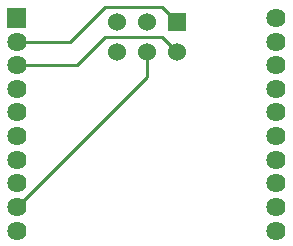
<source format=gbr>
G04 start of page 2 for group 0 idx 0 *
G04 Title: (unknown), component *
G04 Creator: pcb 20140316 *
G04 CreationDate: Sun 30 Dec 2018 07:25:55 PM GMT UTC *
G04 For: railfan *
G04 Format: Gerber/RS-274X *
G04 PCB-Dimensions (mil): 970.00 890.00 *
G04 PCB-Coordinate-Origin: lower left *
%MOIN*%
%FSLAX25Y25*%
%LNTOP*%
%ADD16C,0.0380*%
%ADD15C,0.0320*%
%ADD14C,0.0001*%
%ADD13C,0.0600*%
%ADD12C,0.0640*%
%ADD11C,0.0100*%
G54D11*X48500Y60315D02*Y68500D01*
X5193Y64252D02*X25252D01*
X34500Y73500D01*
X53500D01*
X58500Y68500D01*
X5193Y72126D02*X23126D01*
X5193Y17008D02*X48500Y60315D01*
X23126Y72126D02*X34500Y83500D01*
X53500D01*
X58500Y78500D01*
G54D12*X91807Y80000D03*
Y72126D03*
Y64252D03*
Y56378D03*
Y48504D03*
Y40630D03*
Y32756D03*
Y24882D03*
Y17008D03*
Y9134D03*
G54D13*X38500Y68500D03*
G54D14*G36*
X1993Y83200D02*Y76800D01*
X8393D01*
Y83200D01*
X1993D01*
G37*
G54D12*X5193Y72126D03*
G54D14*G36*
X55500Y81500D02*Y75500D01*
X61500D01*
Y81500D01*
X55500D01*
G37*
G54D13*X48500Y78500D03*
X38500D03*
X58500Y68500D03*
X48500D03*
G54D12*X5193Y64252D03*
Y56378D03*
Y48504D03*
Y40630D03*
Y32756D03*
Y24882D03*
Y17008D03*
Y9134D03*
G54D15*G54D16*G54D15*G54D16*G54D15*M02*

</source>
